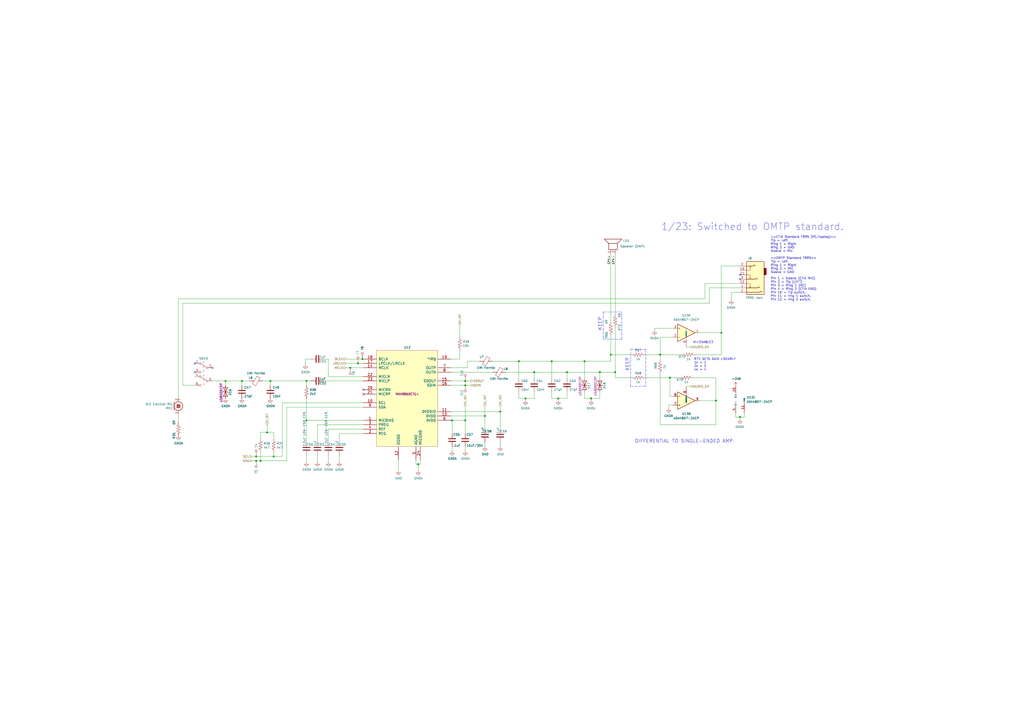
<source format=kicad_sch>
(kicad_sch (version 20211123) (generator eeschema)
  (paper "A2")
  (title_block (title "RCP 4G AUDIO CODEC AND I/O"))
  (lib_symbols
    (symbol "Amplifier_Operational:ADA4807-2ACP" (pin_names (offset 0.127))
      (property "Reference" "U" (at 3.81 5.08 0))
      (property "Value" "ADA4807-2ACP" (at 3.81 -5.08 0))
      (symbol "ADA4807-2ACP_1_1"
        (polyline (pts (xy -5.08 5.08) (xy 5.08 0) (xy -5.08 -5.08) (xy -5.08 5.08)) (stroke (width 0.254)) (fill (type background)))
        (pin output line (at 7.62 0 180) (length 2.54) (name "~") (number "1"))
        (pin input line (at -7.62 -2.54 0) (length 2.54) (name "-") (number "2"))
        (pin input line (at -7.62 2.54 0) (length 2.54) (name "+") (number "3"))
        (pin input line (at 0 -7.62 90) (length 5.08) (name "~{DISABLE1}") (number "5"))
      )
      (symbol "ADA4807-2ACP_2_1"
        (polyline (pts (xy -5.08 5.08) (xy 5.08 0) (xy -5.08 -5.08) (xy -5.08 5.08)) (stroke (width 0.254)) (fill (type background)))
        (pin input line (at 0 -7.62 90) (length 5.08) (name "~{DISABLE2}") (number "6"))
        (pin input line (at -7.62 2.54 0) (length 2.54) (name "+") (number "7"))
        (pin input line (at -7.62 -2.54 0) (length 2.54) (name "-") (number "8"))
        (pin output line (at 7.62 0 180) (length 2.54) (name "~") (number "9"))
      )
      (symbol "ADA4807-2ACP_3_1"
        (pin power_in line (at -2.54 7.62 270) (length 3.81) (name "V+") (number "10"))
        (pin power_in line (at 2.54 -7.62 90) (length 6.35) (name "EPAD") (number "11"))
        (pin power_in line (at -2.54 -7.62 90) (length 3.81) (name "V-") (number "4"))
      )
    )
    (symbol "Connector:TestPoint_Alt" (pin_numbers hide) (pin_names (offset 0.762) hide)
      (property "Reference" "TP" (at 0 6.858 0))
      (property "Value" "TestPoint_Alt" (at 0 5.08 0))
      (symbol "TestPoint_Alt_0_1"
        (polyline (pts (xy 0 2.54) (xy -0.762 3.302) (xy 0 4.064) (xy 0.762 3.302) (xy 0 2.54)))
      )
      (symbol "TestPoint_Alt_1_1"
        (pin passive line (at 0 0 90) (length 2.54) (name "1") (number "1"))
      )
    )
    (symbol "Device:C" (pin_numbers hide) (pin_names (offset 0.254))
      (property "Reference" "C" (at 0.635 2.54 0))
      (property "Value" "C" (at 0.635 -2.54 0))
      (symbol "C_0_1"
        (polyline (pts (xy -2.032 -0.762) (xy 2.032 -0.762)) (stroke (width 0.508)))
        (polyline (pts (xy -2.032 0.762) (xy 2.032 0.762)) (stroke (width 0.508)))
      )
      (symbol "C_1_1"
        (pin passive line (at 0 3.81 270) (length 2.794) (name "~") (number "1"))
        (pin passive line (at 0 -3.81 90) (length 2.794) (name "~") (number "2"))
      )
    )
    (symbol "Device:D_TVS" (pin_numbers hide) (pin_names (offset 1.016) hide)
      (property "Reference" "D" (at 0 2.54 0))
      (property "Value" "D_TVS" (at 0 -2.54 0))
      (symbol "D_TVS_0_1"
        (polyline (pts (xy 1.27 0) (xy -1.27 0)))
        (polyline (pts (xy 0.508 1.27) (xy 0 1.27) (xy 0 -1.27) (xy -0.508 -1.27)) (stroke (width 0.254)))
        (polyline (pts (xy -2.54 1.27) (xy -2.54 -1.27) (xy 2.54 1.27) (xy 2.54 -1.27) (xy -2.54 1.27)) (stroke (width 0.254)))
      )
      (symbol "D_TVS_1_1"
        (pin passive line (at -3.81 0 0) (length 2.54) (name "A1") (number "1"))
        (pin passive line (at 3.81 0 180) (length 2.54) (name "A2") (number "2"))
      )
    )
    (symbol "Device:Ferrite_Bead" (pin_numbers hide) (pin_names (offset 0))
      (property "Reference" "FB" (at -3.81 0.635 90))
      (property "Value" "Device_Ferrite_Bead" (at 3.81 0 90))
      (symbol "Ferrite_Bead_0_1"
        (polyline (pts (xy 0 -1.27) (xy 0 -1.2192)))
        (polyline (pts (xy 0 1.27) (xy 0 1.2954)))
        (polyline (pts (xy -2.7686 0.4064) (xy -1.7018 2.2606) (xy 2.7686 -0.3048) (xy 1.6764 -2.159) (xy -2.7686 0.4064)))
      )
      (symbol "Ferrite_Bead_1_1"
        (pin passive line (at 0 3.81 270) (length 2.54) (name "~") (number "1"))
        (pin passive line (at 0 -3.81 90) (length 2.54) (name "~") (number "2"))
      )
    )
    (symbol "Device:Microphone_Condenser" (pin_names (offset 0.0254) hide)
      (property "Reference" "MK" (at -3.302 1.27 0))
      (property "Value" "Microphone_Condenser" (at -3.302 -0.635 0))
      (symbol "Microphone_Condenser_0_1"
        (polyline (pts (xy -2.54 2.54) (xy -2.54 -2.54)) (stroke (width 0.254)))
        (polyline (pts (xy 0 -0.762) (xy 0 -1.524)))
        (polyline (pts (xy 0 0.762) (xy 0 1.524)))
        (polyline (pts (xy 0.254 3.81) (xy 0.762 3.81)))
        (polyline (pts (xy 0.508 4.064) (xy 0.508 3.556)))
        (circle (center 0 0) (radius 2.54) (stroke (width 0.254)))
        (rectangle (start 1.016 -0.254) (end -1.016 -0.762) (fill (type outline)))
        (rectangle (start 1.016 0.762) (end -1.016 0.254) (fill (type outline)))
      )
      (symbol "Microphone_Condenser_1_1"
        (pin passive line (at 0 -5.08 90) (length 2.54) (name "-") (number "1"))
        (pin passive line (at 0 5.08 270) (length 2.54) (name "+") (number "2"))
      )
    )
    (symbol "Device:R_US" (pin_numbers hide) (pin_names (offset 0))
      (property "Reference" "R" (at 2.54 0 90))
      (property "Value" "R_US" (at -2.54 0 90))
      (symbol "R_US_0_1"
        (polyline (pts (xy 0 -2.286) (xy 0 -2.54)))
        (polyline (pts (xy 0 2.286) (xy 0 2.54)))
        (polyline (pts (xy 0 -0.762) (xy 1.016 -1.143) (xy 0 -1.524) (xy -1.016 -1.905) (xy 0 -2.286)))
        (polyline (pts (xy 0 0.762) (xy 1.016 0.381) (xy 0 0) (xy -1.016 -0.381) (xy 0 -0.762)))
        (polyline (pts (xy 0 2.286) (xy 1.016 1.905) (xy 0 1.524) (xy -1.016 1.143) (xy 0 0.762)))
      )
      (symbol "R_US_1_1"
        (pin passive line (at 0 3.81 270) (length 1.27) (name "~") (number "1"))
        (pin passive line (at 0 -3.81 90) (length 1.27) (name "~") (number "2"))
      )
    )
    (symbol "Device:Speaker" (pin_names (offset 0) hide)
      (property "Reference" "LS" (at 1.27 5.715 0))
      (property "Value" "Speaker" (at 1.27 3.81 0))
      (symbol "Speaker_0_0"
        (rectangle (start -2.54 1.27) (end 1.016 -3.81) (stroke (width 0.254)))
        (polyline (pts (xy 1.016 1.27) (xy 3.556 3.81) (xy 3.556 -6.35) (xy 1.016 -3.81)) (stroke (width 0.254)))
      )
      (symbol "Speaker_1_1"
        (pin input line (at -5.08 0 0) (length 2.54) (name "1") (number "1"))
        (pin input line (at -5.08 -2.54 0) (length 2.54) (name "2") (number "2"))
      )
    )
    (symbol "MyLibrary:AudioJack_TRRS_3Switch" (pin_names (offset 1.016))
      (property "Reference" "J" (at 0 10.16 0))
      (symbol "AudioJack_TRRS_3Switch_0_1"
        (polyline (pts (xy 3.81 0) (xy 0 0)) (stroke (width 0.254)))
        (polyline (pts (xy 3.81 7.62) (xy -2.54 7.62)) (stroke (width 0.254)))
        (rectangle (start 3.81 -7.62) (end 1.27 -7.62) (stroke (width 0.254)))
        (rectangle (start 3.81 5.08) (end -1.27 5.08) (stroke (width 0.254)))
      )
      (symbol "AudioJack_TRRS_3Switch_1_1"
        (rectangle (start -6.35 -2.54) (end -7.62 -6.35) (stroke (width 0.254)) (fill (type outline)))
        (polyline (pts (xy 1.778 -7.366) (xy 2.032 -6.858)))
        (polyline (pts (xy 1.778 -0.254) (xy 2.032 -0.762)))
        (polyline (pts (xy 1.778 4.826) (xy 2.032 4.318)))
        (polyline (pts (xy 3.81 5.08) (xy 5.08 5.08)))
        (polyline (pts (xy 5.08 -7.62) (xy 3.81 -7.62)))
        (polyline (pts (xy 5.08 0) (xy 3.81 0)))
        (polyline (pts (xy 5.08 7.62) (xy 3.81 7.62)))
        (polyline (pts (xy -5.08 7.62) (xy -4.445 6.985) (xy -3.81 7.62) (xy -2.54 7.62)) (stroke (width 0.254)))
        (polyline (pts (xy -3.81 5.08) (xy -3.175 4.445) (xy -2.54 5.08) (xy -1.27 5.08)) (stroke (width 0.254)))
        (polyline (pts (xy -2.54 0) (xy -1.905 -0.635) (xy -1.27 0) (xy 0 0)) (stroke (width 0.254)))
        (polyline (pts (xy -1.27 -7.62) (xy -0.635 -8.255) (xy 0 -7.62) (xy 1.27 -7.62)) (stroke (width 0.254)))
        (polyline (pts (xy 5.08 -5.08) (xy 1.778 -5.08) (xy 1.778 -7.366) (xy 1.524 -6.858)))
        (polyline (pts (xy 5.08 -2.54) (xy 1.778 -2.54) (xy 1.778 -0.254) (xy 1.524 -0.762)))
        (polyline (pts (xy 5.08 2.54) (xy 1.778 2.54) (xy 1.778 4.826) (xy 1.524 4.318)))
        (rectangle (start 3.81 8.89) (end -6.35 -10.16) (stroke (width 0.254)) (fill (type background)))
        (pin passive line (at 7.62 7.62 180) (length 2.54) (name "~") (number "1"))
        (pin passive line (at 7.62 -5.08 180) (length 2.54) (name "~") (number "10"))
        (pin passive line (at 7.62 -2.54 180) (length 2.54) (name "~") (number "11"))
        (pin passive line (at 7.62 2.54 180) (length 2.54) (name "~") (number "12"))
        (pin passive line (at 7.62 -7.62 180) (length 2.54) (name "~") (number "2"))
        (pin passive line (at 7.62 0 180) (length 2.54) (name "~") (number "3"))
        (pin passive line (at 7.62 5.08 180) (length 2.54) (name "~") (number "4"))
      )
    )
    (symbol "MyLibrary:MAX9860" (pin_names (offset 1.016))
      (property "Reference" "U" (at -15.24 26.67 0))
      (property "Value" "MyLibrary_MAX9860" (at 12.7 26.67 0))
      (symbol "MAX9860_1_1"
        (rectangle (start -17.78 25.4) (end 17.78 -30.48) (stroke (width 0.127)) (fill (type background)))
        (pin unspecified line (at -25.4 -15.24 0) (length 7.62) (name "MICBIAS") (number "1"))
        (pin input line (at -25.4 -5.08 0) (length 7.62) (name "SCL") (number "10"))
        (pin power_in line (at 25.4 -10.16 180) (length 7.62) (name "DVDDIO") (number "11"))
        (pin power_in line (at -5.08 -38.1 90) (length 7.62) (name "DGND") (number "12"))
        (pin input line (at 25.4 -12.7 180) (length 7.62) (name "DVDD") (number "13"))
        (pin input line (at -25.4 15.24 0) (length 7.62) (name "MCLK") (number "14"))
        (pin output line (at 25.4 7.62 180) (length 7.62) (name "SDOUT") (number "15"))
        (pin input line (at 25.4 5.08 180) (length 7.62) (name "SDIN") (number "16"))
        (pin input line (at -25.4 17.78 0) (length 7.62) (name "LPCLK/LRCLK") (number "17"))
        (pin input line (at -25.4 20.32 0) (length 7.62) (name "BCLK") (number "18"))
        (pin output line (at 25.4 20.32 180) (length 7.62) (name "*IRQ") (number "19"))
        (pin unspecified line (at -25.4 -22.86 0) (length 7.62) (name "REG") (number "2"))
        (pin input line (at -25.4 2.54 0) (length 7.62) (name "MICRN") (number "20"))
        (pin input line (at -25.4 0 0) (length 7.62) (name "MICRP") (number "21"))
        (pin input line (at -25.4 10.16 0) (length 7.62) (name "MICLN") (number "22"))
        (pin input line (at -25.4 7.62 0) (length 7.62) (name "MICLP") (number "23"))
        (pin power_in line (at 7.62 -38.1 90) (length 7.62) (name "MICGND") (number "24"))
        (pin unspecified line (at -25.4 -17.78 0) (length 7.62) (name "PREG") (number "3"))
        (pin unspecified line (at -25.4 -20.32 0) (length 7.62) (name "REF") (number "4"))
        (pin power_in line (at 5.08 -38.1 90) (length 7.62) (name "AGND") (number "5"))
        (pin power_in line (at 25.4 -15.24 180) (length 7.62) (name "AVDD") (number "6"))
        (pin output line (at 25.4 15.24 180) (length 7.62) (name "OUTP") (number "7"))
        (pin output line (at 25.4 12.7 180) (length 7.62) (name "OUTN") (number "8"))
        (pin bidirectional line (at -25.4 -7.62 0) (length 7.62) (name "SDA") (number "9"))
      )
    )
    (symbol "MyLibrary:SW_DPDT" (pin_names (offset 1.016))
      (property "Reference" "SW" (at -2.54 7.62 0))
      (symbol "SW_DPDT_1_1"
        (circle (center -2.032 -3.81) (radius 0.5334))
        (circle (center -2.032 3.81) (radius 0.508))
        (polyline (pts (xy -1.524 -3.429) (xy 1.524 -1.524)))
        (polyline (pts (xy -1.524 4.191) (xy 1.524 6.096)))
        (polyline (pts (xy 0 -5.08) (xy 0 -6.35)))
        (polyline (pts (xy 0 -2.54) (xy 0 -3.81)))
        (polyline (pts (xy 0 0) (xy 0 -1.27)))
        (polyline (pts (xy 0 2.54) (xy 0 1.27)))
        (polyline (pts (xy 0 5.08) (xy 0 3.81)))
        (polyline (pts (xy 0 7.62) (xy 0 6.35)))
        (circle (center 2.032 -6.35) (radius 0.5334))
        (circle (center 2.032 -1.27) (radius 0.5334))
        (circle (center 2.032 1.27) (radius 0.5334))
        (circle (center 2.032 6.35) (radius 0.5334))
        (pin input line (at 5.08 6.35 180) (length 2.54) (name "~") (number "1"))
        (pin input line (at -5.08 3.81 0) (length 2.54) (name "~") (number "2"))
        (pin input line (at 5.08 1.27 180) (length 2.54) (name "~") (number "3"))
        (pin input line (at 5.08 -1.27 180) (length 2.54) (name "~") (number "4"))
        (pin input line (at -5.08 -3.81 0) (length 2.54) (name "~") (number "5"))
        (pin input line (at 5.08 -6.35 180) (length 2.54) (name "~") (number "6"))
      )
    )
    (symbol "power:+3V8" (power) (pin_names (offset 0))
      (property "Value" "+3V8" (at 0 3.556 0))
      (symbol "+3V8_0_1"
        (polyline (pts (xy -0.762 1.27) (xy 0 2.54)))
        (polyline (pts (xy 0 0) (xy 0 2.54)))
        (polyline (pts (xy 0 2.54) (xy 0.762 1.27)))
      )
      (symbol "+3V8_1_1"
        (pin power_in line (at 0 0 90) (length 0) hide (name "+3V8") (number "1"))
      )
    )
    (symbol "power:GND" (power) (pin_names (offset 0))
      (property "Value" "GND" (at 0 -3.81 0))
      (symbol "GND_0_1"
        (polyline (pts (xy 0 0) (xy 0 -1.27) (xy 1.27 -1.27) (xy 0 -2.54) (xy -1.27 -1.27) (xy 0 -1.27)))
      )
      (symbol "GND_1_1"
        (pin power_in line (at 0 0 270) (length 0) hide (name "GND") (number "1"))
      )
    )
    (symbol "power:GNDA" (power) (pin_names (offset 0))
      (property "Value" "GNDA" (at 0 -3.81 0))
      (symbol "GNDA_0_1"
        (polyline (pts (xy 0 0) (xy 0 -1.27) (xy 1.27 -1.27) (xy 0 -2.54) (xy -1.27 -1.27) (xy 0 -1.27)))
      )
      (symbol "GNDA_1_1"
        (pin power_in line (at 0 0 270) (length 0) hide (name "GNDA") (number "1"))
      )
    )
  )
  (junction (at 356.87 215.9))
  (junction (at 429.26 241.935))
  (junction (at 269.875 243.84))
  (junction (at 309.88 215.9))
  (junction (at 242.57 269.24))
  (junction (at 320.04 209.55))
  (junction (at 418.465 193.04))
  (junction (at 148.59 264.795))
  (junction (at 323.85 231.14))
  (junction (at 304.8 231.14))
  (junction (at 130.81 220.98))
  (junction (at 154.94 250.825))
  (junction (at 415.29 232.41))
  (junction (at 158.75 264.795))
  (junction (at 140.335 220.98))
  (junction (at 388.62 219.075))
  (junction (at 281.305 241.3))
  (junction (at 269.875 223.52))
  (junction (at 151.13 267.335))
  (junction (at 328.93 215.9))
  (junction (at 177.8 220.98))
  (junction (at 339.09 209.55))
  (junction (at 210.185 208.28))
  (junction (at 207.645 210.82))
  (junction (at 262.255 243.84))
  (junction (at 177.8 243.84))
  (junction (at 290.195 238.76))
  (junction (at 148.59 267.335))
  (junction (at 300.99 209.55))
  (junction (at 382.905 205.74))
  (junction (at 269.875 220.98))
  (junction (at 342.9 231.14))
  (junction (at 156.845 220.98))
  (junction (at 203.2 213.36))
  (junction (at 354.33 205.74))
  (junction (at 347.98 215.9))
  (no_connect (at 210.82 228.6))
  (no_connect (at 210.82 226.06))
  (no_connect (at 429.26 159.385))
  (no_connect (at 113.03 210.82))
  (no_connect (at 123.19 213.36))
  (no_connect (at 113.03 215.9))
  (no_connect (at 429.26 161.925))
  (wire (pts (xy 242.57 273.05) (xy 242.57 269.24)))
  (wire (pts (xy 356.87 215.9) (xy 356.87 219.075)))
  (wire (pts (xy 262.255 243.84) (xy 261.62 243.84)))
  (wire (pts (xy 408.94 173.355) (xy 103.505 173.355)))
  (wire (pts (xy 166.37 267.335) (xy 151.13 267.335)))
  (wire (pts (xy 242.57 269.24) (xy 243.84 269.24)))
  (wire (pts (xy 429.26 243.205) (xy 429.26 241.935)))
  (wire (pts (xy 262.255 251.46) (xy 262.255 243.84)))
  (wire (pts (xy 203.2 213.36) (xy 210.82 213.36)))
  (wire (pts (xy 269.875 223.52) (xy 273.05 223.52)))
  (wire (pts (xy 339.09 219.71) (xy 339.09 209.55)))
  (wire (pts (xy 200.66 208.28) (xy 210.185 208.28)))
  (wire (pts (xy 158.75 264.795) (xy 148.59 264.795)))
  (wire (pts (xy 271.145 209.55) (xy 278.13 209.55)))
  (wire (pts (xy 210.82 246.38) (xy 184.15 246.38)))
  (wire (pts (xy 401.955 219.075) (xy 415.29 219.075)))
  (wire (pts (xy 190.5 256.54) (xy 190.5 248.92)))
  (wire (pts (xy 328.93 219.71) (xy 328.93 215.9)))
  (wire (pts (xy 328.93 231.14) (xy 328.93 227.33)))
  (wire (pts (xy 418.465 154.305) (xy 418.465 193.04)))
  (wire (pts (xy 163.83 264.795) (xy 158.75 264.795)))
  (wire (pts (xy 158.75 250.825) (xy 158.75 254.635)))
  (wire (pts (xy 374.015 219.075) (xy 388.62 219.075)))
  (wire (pts (xy 269.875 261.62) (xy 269.875 259.08)))
  (wire (pts (xy 177.8 231.14) (xy 177.8 243.84)))
  (wire (pts (xy 379.73 190.5) (xy 390.525 190.5)))
  (wire (pts (xy 429.26 241.935) (xy 431.8 241.935)))
  (wire (pts (xy 366.395 205.74) (xy 354.33 205.74)))
  (wire (pts (xy 187.96 208.28) (xy 190.5 208.28)))
  (wire (pts (xy 400.685 201.295) (xy 398.145 201.295)))
  (wire (pts (xy 177.165 208.28) (xy 177.165 211.455)))
  (wire (pts (xy 354.33 147.32) (xy 354.33 186.69)))
  (wire (pts (xy 231.14 273.05) (xy 231.14 266.7)))
  (wire (pts (xy 177.8 223.52) (xy 177.8 220.98)))
  (wire (pts (xy 342.9 232.41) (xy 342.9 231.14)))
  (wire (pts (xy 309.88 215.9) (xy 328.93 215.9)))
  (wire (pts (xy 106.045 223.52) (xy 113.03 223.52)))
  (wire (pts (xy 148.59 264.795) (xy 146.05 264.795)))
  (wire (pts (xy 177.8 267.97) (xy 177.8 264.16)))
  (wire (pts (xy 196.85 264.16) (xy 196.85 267.97)))
  (wire (pts (xy 177.8 256.54) (xy 177.8 243.84)))
  (wire (pts (xy 200.66 213.36) (xy 203.2 213.36)))
  (wire (pts (xy 262.255 261.62) (xy 262.255 259.08)))
  (wire (pts (xy 382.905 246.38) (xy 415.29 246.38)))
  (wire (pts (xy 166.37 236.22) (xy 166.37 267.335)))
  (wire (pts (xy 388.62 219.075) (xy 394.335 219.075)))
  (wire (pts (xy 300.99 227.33) (xy 300.99 231.14)))
  (wire (pts (xy 424.18 169.545) (xy 429.26 169.545)))
  (wire (pts (xy 424.18 173.99) (xy 424.18 169.545)))
  (wire (pts (xy 177.8 243.84) (xy 210.82 243.84)))
  (polyline (pts (xy 349.885 196.85) (xy 360.68 196.85)))
  (wire (pts (xy 411.48 167.005) (xy 411.48 175.895)))
  (wire (pts (xy 285.75 215.9) (xy 261.62 215.9)))
  (wire (pts (xy 241.3 269.24) (xy 242.57 269.24)))
  (wire (pts (xy 320.04 227.33) (xy 320.04 231.14)))
  (wire (pts (xy 207.645 210.82) (xy 200.66 210.82)))
  (wire (pts (xy 261.62 223.52) (xy 269.875 223.52)))
  (wire (pts (xy 429.26 167.005) (xy 411.48 167.005)))
  (wire (pts (xy 354.33 194.31) (xy 354.33 205.74)))
  (wire (pts (xy 180.34 220.98) (xy 177.8 220.98)))
  (wire (pts (xy 210.82 251.46) (xy 196.85 251.46)))
  (wire (pts (xy 304.8 231.14) (xy 309.88 231.14)))
  (wire (pts (xy 261.62 213.36) (xy 271.145 213.36)))
  (wire (pts (xy 405.765 232.41) (xy 415.29 232.41)))
  (wire (pts (xy 156.845 220.98) (xy 177.8 220.98)))
  (wire (pts (xy 342.9 231.14) (xy 347.98 231.14)))
  (wire (pts (xy 123.19 220.98) (xy 130.81 220.98)))
  (wire (pts (xy 261.62 241.3) (xy 281.305 241.3)))
  (wire (pts (xy 398.145 201.295) (xy 398.145 200.66)))
  (polyline (pts (xy 360.68 180.975) (xy 349.885 180.975)))
  (wire (pts (xy 148.59 267.335) (xy 146.05 267.335)))
  (wire (pts (xy 339.09 209.55) (xy 354.33 209.55)))
  (wire (pts (xy 387.985 234.95) (xy 390.525 234.95)))
  (wire (pts (xy 151.13 250.825) (xy 154.94 250.825)))
  (wire (pts (xy 269.875 220.98) (xy 261.62 220.98)))
  (wire (pts (xy 190.5 218.44) (xy 210.82 218.44)))
  (wire (pts (xy 323.85 232.41) (xy 323.85 231.14)))
  (wire (pts (xy 261.62 238.76) (xy 290.195 238.76)))
  (wire (pts (xy 398.145 224.155) (xy 398.145 224.79)))
  (wire (pts (xy 379.73 191.77) (xy 379.73 190.5)))
  (polyline (pts (xy 360.68 196.85) (xy 360.68 180.975)))
  (wire (pts (xy 309.88 219.71) (xy 309.88 215.9)))
  (wire (pts (xy 130.81 223.52) (xy 130.81 220.98)))
  (wire (pts (xy 103.505 173.355) (xy 103.505 230.505)))
  (wire (pts (xy 163.83 233.68) (xy 210.82 233.68)))
  (wire (pts (xy 415.29 232.41) (xy 415.29 246.38)))
  (wire (pts (xy 323.85 231.14) (xy 328.93 231.14)))
  (wire (pts (xy 293.37 215.9) (xy 309.88 215.9)))
  (wire (pts (xy 356.87 189.865) (xy 356.87 215.9)))
  (wire (pts (xy 106.045 175.895) (xy 106.045 223.52)))
  (wire (pts (xy 390.525 229.87) (xy 388.62 229.87)))
  (polyline (pts (xy 365.76 224.155) (xy 365.76 202.565)))
  (wire (pts (xy 408.94 164.465) (xy 408.94 173.355)))
  (wire (pts (xy 309.88 231.14) (xy 309.88 227.33)))
  (wire (pts (xy 429.26 164.465) (xy 408.94 164.465)))
  (wire (pts (xy 403.225 205.74) (xy 418.465 205.74)))
  (wire (pts (xy 266.7 203.2) (xy 266.7 208.28)))
  (wire (pts (xy 154.94 246.38) (xy 154.94 250.825)))
  (wire (pts (xy 210.82 210.82) (xy 207.645 210.82)))
  (wire (pts (xy 154.94 250.825) (xy 158.75 250.825)))
  (polyline (pts (xy 365.76 224.155) (xy 374.65 224.155)))
  (wire (pts (xy 426.72 241.935) (xy 426.72 239.395)))
  (wire (pts (xy 382.905 205.74) (xy 382.905 208.915)))
  (wire (pts (xy 387.985 236.855) (xy 387.985 234.95)))
  (wire (pts (xy 281.305 259.08) (xy 281.305 256.54)))
  (wire (pts (xy 320.04 219.71) (xy 320.04 209.55)))
  (wire (pts (xy 328.93 215.9) (xy 347.98 215.9)))
  (polyline (pts (xy 349.885 180.975) (xy 349.885 196.85)))
  (wire (pts (xy 158.75 264.795) (xy 158.75 262.255)))
  (wire (pts (xy 266.7 208.28) (xy 261.62 208.28)))
  (wire (pts (xy 151.13 262.255) (xy 151.13 267.335)))
  (polyline (pts (xy 374.65 202.565) (xy 374.65 224.155)))
  (wire (pts (xy 290.195 248.92) (xy 290.195 238.76)))
  (wire (pts (xy 300.99 219.71) (xy 300.99 209.55)))
  (wire (pts (xy 166.37 236.22) (xy 210.82 236.22)))
  (wire (pts (xy 431.8 241.935) (xy 431.8 239.395)))
  (wire (pts (xy 354.33 205.74) (xy 354.33 209.55)))
  (wire (pts (xy 269.875 251.46) (xy 269.875 243.84)))
  (wire (pts (xy 356.87 219.075) (xy 366.395 219.075)))
  (wire (pts (xy 243.84 269.24) (xy 243.84 266.7)))
  (wire (pts (xy 269.875 235.585) (xy 269.875 243.84)))
  (wire (pts (xy 130.81 220.98) (xy 140.335 220.98)))
  (wire (pts (xy 184.15 246.38) (xy 184.15 256.54)))
  (wire (pts (xy 290.195 259.08) (xy 290.195 256.54)))
  (polyline (pts (xy 365.76 202.565) (xy 374.65 202.565)))
  (wire (pts (xy 177.165 208.28) (xy 180.34 208.28)))
  (wire (pts (xy 382.905 195.58) (xy 390.525 195.58)))
  (wire (pts (xy 210.185 208.28) (xy 210.82 208.28)))
  (wire (pts (xy 281.305 235.585) (xy 281.305 241.3)))
  (wire (pts (xy 300.99 231.14) (xy 304.8 231.14)))
  (wire (pts (xy 151.13 267.335) (xy 148.59 267.335)))
  (wire (pts (xy 320.04 231.14) (xy 323.85 231.14)))
  (wire (pts (xy 281.305 248.92) (xy 281.305 241.3)))
  (wire (pts (xy 156.845 223.52) (xy 156.845 220.98)))
  (wire (pts (xy 273.05 220.98) (xy 269.875 220.98)))
  (wire (pts (xy 339.09 227.33) (xy 339.09 231.14)))
  (wire (pts (xy 196.85 251.46) (xy 196.85 256.54)))
  (wire (pts (xy 388.62 229.87) (xy 388.62 219.075)))
  (wire (pts (xy 140.335 223.52) (xy 140.335 220.98)))
  (wire (pts (xy 190.5 248.92) (xy 210.82 248.92)))
  (wire (pts (xy 347.98 215.9) (xy 356.87 215.9)))
  (wire (pts (xy 382.905 195.58) (xy 382.905 205.74)))
  (wire (pts (xy 347.98 231.14) (xy 347.98 227.33)))
  (wire (pts (xy 356.87 147.32) (xy 356.87 182.245)))
  (wire (pts (xy 210.82 220.98) (xy 187.96 220.98)))
  (wire (pts (xy 151.13 254.635) (xy 151.13 250.825)))
  (wire (pts (xy 374.015 205.74) (xy 382.905 205.74)))
  (wire (pts (xy 405.765 193.04) (xy 418.465 193.04)))
  (wire (pts (xy 300.99 209.55) (xy 320.04 209.55)))
  (wire (pts (xy 429.26 241.935) (xy 426.72 241.935)))
  (wire (pts (xy 190.5 264.16) (xy 190.5 267.97)))
  (wire (pts (xy 347.98 219.71) (xy 347.98 215.9)))
  (wire (pts (xy 418.465 193.04) (xy 418.465 205.74)))
  (wire (pts (xy 290.195 235.585) (xy 290.195 238.76)))
  (wire (pts (xy 271.145 213.36) (xy 271.145 209.55)))
  (wire (pts (xy 241.3 266.7) (xy 241.3 269.24)))
  (wire (pts (xy 418.465 154.305) (xy 429.26 154.305)))
  (wire (pts (xy 190.5 208.28) (xy 190.5 218.44)))
  (wire (pts (xy 163.83 233.68) (xy 163.83 264.795)))
  (wire (pts (xy 184.15 267.97) (xy 184.15 264.16)))
  (wire (pts (xy 304.8 232.41) (xy 304.8 231.14)))
  (wire (pts (xy 285.75 209.55) (xy 300.99 209.55)))
  (wire (pts (xy 382.905 205.74) (xy 395.605 205.74)))
  (wire (pts (xy 152.4 220.98) (xy 156.845 220.98)))
  (wire (pts (xy 266.7 188.595) (xy 266.7 195.58)))
  (wire (pts (xy 415.29 219.075) (xy 415.29 232.41)))
  (wire (pts (xy 103.505 240.665) (xy 103.505 245.11)))
  (wire (pts (xy 144.78 220.98) (xy 140.335 220.98)))
  (wire (pts (xy 339.09 231.14) (xy 342.9 231.14)))
  (wire (pts (xy 400.685 224.155) (xy 398.145 224.155)))
  (wire (pts (xy 320.04 209.55) (xy 339.09 209.55)))
  (wire (pts (xy 411.48 175.895) (xy 106.045 175.895)))
  (wire (pts (xy 262.255 243.84) (xy 269.875 243.84)))
  (wire (pts (xy 382.905 216.535) (xy 382.905 246.38)))
  (text "KEEP" (at 365.125 215.265 90) (effects (font (size 2 2)) (justify left bottom)))
  (text "R71 SETS GAIN LINEARLY\n1k = 1\n2k = 2\n4k = 4" (at 402.59 215.265 0) (effects (font (size 1.27 1.27)) (justify left bottom)))
  (text "DIFFERENTIAL TO SINGLE-ENDED AMP" (at 368.3 257.175 0) (effects (font (size 2 2)) (justify left bottom)))
  (text "KEEP" (at 349.25 191.77 90) (effects (font (size 2 2)) (justify left bottom)))
  (text "Pin 1 = Sleeve (CTIA MIC)\nPin 2 = Tip (LEFT)\nPin 3 = Ring 1 (NC)\nPin 4 = Ring 2 (CTIA GND)\nPin 10 = Tip switch.\nPin 11 = ring 1 switch.\nPin 12 = ring 2 switch.\n" (at 447.04 174.625 0) (effects (font (size 1.27 1.27)) (justify left bottom)))
  (text "HI=ENABLE?" (at 401.955 199.39 0) (effects (font (size 1.27 1.27)) (justify left bottom)))
  (text "==CTIA Standard TRRS (PC/laptop)== \nTip = Left\nRing 1 = Right\nRing 2 = GND\nSleeve = Mic\n\n==OMTP Standard TRRS== \nTip = Left\nRing 1 = Right\nRing 2 = Mic\nSleeve = GND" (at 447.04 158.75 0) (effects (font (size 1.27 1.27)) (justify left bottom)))
  (text "1/23: Switched to OMTP standard." (at 383.54 133.985 0) (effects (font (size 4 4)) (justify left bottom)))
  (label "SPK-" (at 356.87 147.955 270))
  (label "SPK+" (at 354.33 147.955 270))
  (hierarchical_label "AUDIO_EN" (shape input) (at 400.685 224.155 0))
  (hierarchical_label "SDA" (shape bidirectional) (at 146.05 267.335 180))
  (hierarchical_label "V_INT" (shape input) (at 154.94 246.38 90))
  (hierarchical_label "BLCK" (shape input) (at 200.66 208.28 180))
  (hierarchical_label "SDOUT" (shape output) (at 273.05 220.98 0))
  (hierarchical_label "V_INT" (shape input) (at 269.875 235.585 90))
  (hierarchical_label "V_INT" (shape input) (at 266.7 188.595 90))
  (hierarchical_label "SDIN" (shape input) (at 273.05 223.52 0))
  (hierarchical_label "MCLK" (shape input) (at 200.66 213.36 180))
  (hierarchical_label "AUDIO_EN" (shape input) (at 400.685 201.295 0))
  (hierarchical_label "V_INT" (shape input) (at 290.195 235.585 90))
  (hierarchical_label "V_INT" (shape input) (at 281.305 235.585 90))
  (hierarchical_label "SCL" (shape input) (at 146.05 264.795 180))
  (hierarchical_label "LRCLK" (shape input) (at 200.66 210.82 180))
  (symbol (lib_id "MyLibrary:MAX9860") (at 236.22 228.6 0) (unit 1)
    (property "Reference" "U12" (at 236.22 201.549 0))
    (property "Value" "MAX9860 CODEC" (effects hide))
    (property "Footprint" "MyFootprints:WQFN-24-1EP_4x4mm_P0.5mm_EP2.7x2.7mm" (effects hide))
    (property "Mfg. Name" "Maxim" (effects hide))
    (property "Mfg. Part No." "MAX9860ETG+" (at 236.22 228.6 0))
  )
  (symbol (lib_id "Device:C") (at 140.335 227.33 0) (unit 1)
    (property "Reference" "C47" (at 141.605 224.79 0) (effects (justify left)))
    (property "Value" "27pF" (at 141.605 229.87 0) (effects (justify left)))
    (property "Footprint" "Capacitor_SMD:C_0603_1608Metric" (effects hide))
  )
  (symbol (lib_id "Device:C") (at 156.845 227.33 0) (unit 1)
    (property "Reference" "C49" (at 158.115 224.79 0) (effects (justify left)))
    (property "Value" "10nF" (at 158.115 229.87 0) (effects (justify left)))
    (property "Footprint" "Capacitor_SMD:C_0603_1608Metric" (effects hide))
  )
  (symbol (lib_id "Device:C") (at 300.99 223.52 0) (unit 1)
    (property "Reference" "C60" (at 302.26 220.98 0) (effects (justify left)))
    (property "Value" "10nF" (at 302.26 226.06 0) (effects (justify left)))
    (property "Footprint" "Capacitor_SMD:C_0603_1608Metric" (effects hide))
  )
  (symbol (lib_id "Device:C") (at 309.88 223.52 0) (unit 1)
    (property "Reference" "C61" (at 311.15 220.98 0) (effects (justify left)))
    (property "Value" "10nF" (at 311.15 226.06 0) (effects (justify left)))
    (property "Footprint" "Capacitor_SMD:C_0603_1608Metric" (effects hide))
  )
  (symbol (lib_id "Device:C") (at 320.04 223.52 0) (unit 1)
    (property "Reference" "C62" (at 321.31 220.98 0) (effects (justify left)))
    (property "Value" "27pF" (at 321.31 226.06 0) (effects (justify left)))
    (property "Footprint" "Capacitor_SMD:C_0603_1608Metric" (effects hide))
  )
  (symbol (lib_id "Device:C") (at 328.93 223.52 0) (unit 1)
    (property "Reference" "C63" (at 330.2 220.98 0) (effects (justify left)))
    (property "Value" "27pF" (at 330.2 226.06 0) (effects (justify left)))
    (property "Footprint" "Capacitor_SMD:C_0603_1608Metric" (effects hide))
  )
  (symbol (lib_id "Device:Ferrite_Bead") (at 148.59 220.98 270) (unit 1)
    (property "Reference" "L6" (at 145.415 219.075 90))
    (property "Value" "EMI Ferrite" (at 148.59 216.535 90))
    (property "Footprint" "Inductor_SMD:L_0402_1005Metric" (effects hide))
    (property "Mfg. Name" "Murata" (effects hide))
    (property "Mfg. Part No." "BLM15HD182SN1D" (effects hide))
  )
  (symbol (lib_id "Device:Ferrite_Bead") (at 281.94 209.55 270) (unit 1)
    (property "Reference" "L7" (at 279.4 207.01 90))
    (property "Value" "EMI Ferrite" (at 281.94 213.36 90))
    (property "Footprint" "Inductor_SMD:L_0402_1005Metric" (effects hide))
    (property "Mfg. Name" "Murata" (effects hide))
    (property "Mfg. Part No." "BLM15HD182SN1D" (effects hide))
  )
  (symbol (lib_id "Device:Ferrite_Bead") (at 289.56 215.9 270) (unit 1)
    (property "Reference" "L8" (at 293.37 213.995 90))
    (property "Value" "EMI Ferrite" (at 289.56 219.71 90))
    (property "Footprint" "Inductor_SMD:L_0402_1005Metric" (effects hide))
    (property "Mfg. Name" "Murata" (effects hide))
    (property "Mfg. Part No." "BLM15HD182SN1D" (effects hide))
  )
  (symbol (lib_id "Device:C") (at 190.5 260.35 0) (unit 1)
    (property "Reference" "C54" (at 190.5 257.81 0) (effects (justify left)))
    (property "Value" "2.2uF LOW-ESR CER." (at 189.23 259.08 90) (effects (justify left)))
    (property "Footprint" "Capacitor_SMD:C_0603_1608Metric" (effects hide))
    (property "Mfg. Name" "Kemet" (effects hide))
    (property "Mfg. Part No." "C0603C225K9PACTU" (effects hide))
  )
  (symbol (lib_id "Device:C") (at 196.85 260.35 0) (unit 1)
    (property "Reference" "C55" (at 196.85 257.81 0) (effects (justify left)))
    (property "Value" "1uF" (at 195.58 259.08 90) (effects (justify left)))
    (property "Footprint" "Capacitor_SMD:C_0402_1005Metric" (effects hide))
    (property "Mfg. Name" "Kemet" (effects hide))
    (property "Mfg. Part No." "C0402C105K9PACTU" (effects hide))
  )
  (symbol (lib_id "Device:C") (at 184.15 208.28 270) (unit 1)
    (property "Reference" "C51" (at 185.42 209.55 90) (effects (justify left)))
    (property "Value" "1uF" (at 185.42 207.01 90) (effects (justify left)))
    (property "Footprint" "Capacitor_SMD:C_0402_1005Metric" (effects hide))
    (property "Mfg. Name" "Kemet" (effects hide))
    (property "Mfg. Part No." "C0402C105K9PACTU" (effects hide))
  )
  (symbol (lib_id "Device:C") (at 184.15 220.98 270) (unit 1)
    (property "Reference" "C52" (at 185.42 222.25 90) (effects (justify left)))
    (property "Value" "1uF" (at 185.42 219.71 90) (effects (justify left)))
    (property "Footprint" "Capacitor_SMD:C_0402_1005Metric" (effects hide))
    (property "Mfg. Name" "Kemet" (effects hide))
    (property "Mfg. Part No." "C0402C105K9PACTU" (effects hide))
  )
  (symbol (lib_id "Device:C") (at 290.195 252.73 0) (unit 1)
    (property "Reference" "C59" (at 290.195 250.19 0) (effects (justify left)))
    (property "Value" "1uF" (at 288.925 251.46 90) (effects (justify left)))
    (property "Footprint" "Capacitor_SMD:C_0402_1005Metric" (effects hide))
    (property "Mfg. Name" "Kemet" (effects hide))
    (property "Mfg. Part No." "C0402C105K9PACTU" (effects hide))
  )
  (symbol (lib_id "Device:C") (at 281.305 252.73 0) (unit 1)
    (property "Reference" "C58" (at 281.305 250.19 0) (effects (justify left)))
    (property "Value" "1uF" (at 280.035 251.46 90) (effects (justify left)))
    (property "Footprint" "Capacitor_SMD:C_0402_1005Metric" (effects hide))
    (property "Mfg. Name" "Kemet" (effects hide))
    (property "Mfg. Part No." "C0402C105K9PACTU" (effects hide))
  )
  (symbol (lib_id "Device:R_US") (at 266.7 199.39 0) (unit 1)
    (property "Reference" "R39" (at 268.4272 198.2216 0) (effects (justify left)))
    (property "Value" "10k" (at 268.4272 200.533 0) (effects (justify left)))
    (property "Footprint" "Resistor_SMD:R_0603_1608Metric" (effects hide))
  )
  (symbol (lib_id "Device:R_US") (at 158.75 258.445 0) (unit 1)
    (property "Reference" "R37" (at 160.4772 257.2766 0) (effects (justify left)))
    (property "Value" "4k7" (at 160.4772 259.588 0) (effects (justify left)))
    (property "Footprint" "Resistor_SMD:R_0603_1608Metric" (effects hide))
  )
  (symbol (lib_id "Device:R_US") (at 151.13 258.445 0) (unit 1)
    (property "Reference" "R36" (at 152.8572 257.2766 0) (effects (justify left)))
    (property "Value" "4k7" (at 152.8572 259.588 0) (effects (justify left)))
    (property "Footprint" "Resistor_SMD:R_0603_1608Metric" (effects hide))
  )
  (symbol (lib_id "power:GNDA") (at 242.57 273.05 0) (unit 1)
    (property "Reference" "#PWR0196" (effects hide))
    (property "Value" "GNDA" (at 242.697 277.4442 0))
  )
  (symbol (lib_id "power:GND") (at 231.14 273.05 0) (unit 1)
    (property "Reference" "#PWR0197" (effects hide))
    (property "Value" "GND" (at 231.267 277.4442 0))
  )
  (symbol (lib_id "power:GND") (at 290.195 259.08 0) (unit 1)
    (property "Reference" "#PWR0198" (effects hide))
    (property "Value" "GND" (at 290.322 263.4742 0))
  )
  (symbol (lib_id "power:GND") (at 281.305 259.08 0) (unit 1)
    (property "Reference" "#PWR0199" (effects hide))
    (property "Value" "GND" (at 281.432 263.4742 0))
  )
  (symbol (lib_id "Device:C") (at 269.875 255.27 0) (unit 1)
    (property "Reference" "C57" (at 270.51 252.095 0) (effects (justify left)))
    (property "Value" "10uF/35V" (at 270.51 258.445 0) (effects (justify left)))
    (property "Footprint" "Resistor_SMD:R_1206_3216Metric" (effects hide))
    (property "Mfg. Name" "TDK" (effects hide))
    (property "Mfg. Part No." "CGA5L1X7R1V106K160AC" (effects hide))
  )
  (symbol (lib_id "Device:C") (at 262.255 255.27 0) (unit 1)
    (property "Reference" "C56" (at 262.89 252.095 0) (effects (justify left)))
    (property "Value" ".1uF" (at 262.89 258.445 0) (effects (justify left)))
    (property "Footprint" "Capacitor_SMD:C_0603_1608Metric" (effects hide))
  )
  (symbol (lib_id "Device:C") (at 184.15 260.35 0) (unit 1)
    (property "Reference" "C53" (at 184.15 257.81 0) (effects (justify left)))
    (property "Value" "1uF" (at 182.88 259.08 90) (effects (justify left)))
    (property "Footprint" "Capacitor_SMD:C_0402_1005Metric" (effects hide))
    (property "Mfg. Name" "Kemet" (effects hide))
    (property "Mfg. Part No." "C0402C105K9PACTU" (effects hide))
  )
  (symbol (lib_id "power:GNDA") (at 196.85 267.97 0) (unit 1)
    (property "Reference" "#PWR0202" (effects hide))
    (property "Value" "GNDA" (at 196.977 272.3642 0))
  )
  (symbol (lib_id "power:GNDA") (at 190.5 267.97 0) (unit 1)
    (property "Reference" "#PWR0203" (effects hide))
    (property "Value" "GNDA" (at 190.627 272.3642 0))
  )
  (symbol (lib_id "power:GNDA") (at 184.15 267.97 0) (unit 1)
    (property "Reference" "#PWR0204" (effects hide))
    (property "Value" "GNDA" (at 184.277 272.3642 0))
  )
  (symbol (lib_id "Device:C") (at 177.8 260.35 0) (unit 1)
    (property "Reference" "C50" (at 177.8 257.81 0) (effects (justify left)))
    (property "Value" "2.2uF LOW-ESR CER." (at 176.53 259.08 90) (effects (justify left)))
    (property "Footprint" "Capacitor_SMD:C_0603_1608Metric" (effects hide))
    (property "Mfg. Name" "Kemet" (effects hide))
    (property "Mfg. Part No." "C0603C225K9PACTU" (effects hide))
  )
  (symbol (lib_id "power:GNDA") (at 177.8 267.97 0) (unit 1)
    (property "Reference" "#PWR0205" (effects hide))
    (property "Value" "GNDA" (at 177.927 272.3642 0))
  )
  (symbol (lib_id "Device:R_US") (at 177.8 227.33 0) (unit 1)
    (property "Reference" "R38" (at 179.5272 226.1616 0) (effects (justify left)))
    (property "Value" "2k2" (at 179.5272 228.473 0) (effects (justify left)))
    (property "Footprint" "Resistor_SMD:R_0402_1005Metric" (effects hide))
    (property "Mfg. Name" "Panasonic" (effects hide))
    (property "Mfg. Part No." "ERJ-2GEJ222X" (effects hide))
  )
  (symbol (lib_id "Device:Microphone_Condenser") (at 103.505 235.585 0) (unit 1)
    (property "Reference" "MK1" (at 100.203 236.7534 0) (effects (justify right)))
    (property "Value" "2k2 Electret Mic" (at 100.203 234.442 0) (effects (justify right)))
    (property "Footprint" "MyFootprints:Microphone_PUI_POM-2738P-R" (effects hide))
    (property "Datasheet" "http://www.puiaudio.com/pdf/POM-2738P-R.pdf" (effects hide))
    (property "Mfg. Name" "PUI Audio" (effects hide))
    (property "Mfg. Part No." "POM-2738P-R" (effects hide))
  )
  (symbol (lib_id "power:GNDA") (at 156.845 231.14 0) (unit 1)
    (property "Reference" "#PWR0208" (effects hide))
    (property "Value" "GNDA" (at 156.972 235.5342 0))
  )
  (symbol (lib_id "power:GNDA") (at 140.335 231.14 0) (unit 1)
    (property "Reference" "#PWR0209" (effects hide))
    (property "Value" "GNDA" (at 140.462 235.5342 0))
  )
  (symbol (lib_id "power:GNDA") (at 130.81 231.14 0) (unit 1)
    (property "Reference" "#PWR0210" (effects hide))
    (property "Value" "GNDA" (at 130.937 235.5342 0))
  )
  (symbol (lib_id "Device:Speaker") (at 354.33 142.24 90) (unit 1) (in_bom no)
    (property "Reference" "LS1" (at 365.125 139.7 90) (effects (justify left)))
    (property "Value" "Speaker (DNP)" (at 374.015 142.875 90) (effects (justify left)))
    (property "Footprint" "MyFootprints:Speaker_PUI_AR01232MS-SC12-WP-R" (effects hide))
    (property "Datasheet" "http://www.puiaudio.com/pdf/AR01232MS-SC12-WP-R.pdf" (effects hide))
    (property "Mfg. Name" "PUI Audio" (effects hide))
    (property "Mfg. Part No." "AR01232MS-SC12-WP-R" (effects hide))
  )
  (symbol (lib_id "power:GNDA") (at 304.8 232.41 0) (mirror y) (unit 1)
    (property "Reference" "#PWR0211" (effects hide))
    (property "Value" "GNDA" (at 304.673 236.8042 0))
  )
  (symbol (lib_id "power:GNDA") (at 323.85 232.41 0) (mirror y) (unit 1)
    (property "Reference" "#PWR0212" (effects hide))
    (property "Value" "GNDA" (at 323.723 236.8042 0))
  )
  (symbol (lib_id "power:GNDA") (at 342.9 232.41 0) (mirror y) (unit 1)
    (property "Reference" "#PWR0213" (effects hide))
    (property "Value" "GNDA" (at 342.773 236.8042 0))
  )
  (symbol (lib_id "MyLibrary:SW_DPDT") (at 118.11 217.17 0) (mirror y) (unit 1)
    (property "Reference" "SW10" (at 118.11 207.9244 0))
    (property "Value" "Mic Switch DPDT" (effects hide))
    (property "Footprint" "MyFootprints:Switch_DPDT_Nidec_CL-SB-22C-XX" (effects hide))
    (property "Mfg. Name" "Nidec Copal" (effects hide))
    (property "Mfg. Part No." "CL-SB-22C-11" (effects hide))
  )
  (symbol (lib_id "MyLibrary:AudioJack_TRRS_3Switch") (at 436.88 161.925 180) (unit 1)
    (property "Reference" "J8" (at 433.705 149.86 0) (effects (justify right)))
    (property "Value" "TRRS Jack" (at 437.515 172.72 0))
    (property "Footprint" "MyFootprints:AudioJack_TRRS_CUI_SJ-43617-SMT-TR" (effects hide))
    (property "Label" "TRRS JACK" (effects hide))
    (property "Mfg. Name" "CUI" (effects hide))
    (property "Mfg. Part No." "SJ-43617-SMT-TR" (effects hide))
  )
  (symbol (lib_id "Device:D_TVS") (at 347.98 223.52 270) (unit 1)
    (property "Reference" "D18" (at 350.6216 221.7166 0) (effects (justify left)))
    (property "Value" "TVS/Varistor for Audio Filtering" (effects hide))
    (property "Footprint" "Resistor_SMD:R_0603_1608Metric" (effects hide))
    (property "Mfg. Name" "AVX" (effects hide))
    (property "Mfg. Part No." "USB0001DP " (at 345.44 223.52 0))
  )
  (symbol (lib_id "Amplifier_Operational:ADA4807-2ACP") (at 429.26 231.775 0) (unit 3)
    (property "Reference" "U13" (at 433.07 230.5049 0) (effects (justify left)))
    (property "Value" "ADA4807-2ACP" (at 433.07 233.0449 0) (effects (justify left)))
    (property "Footprint" "MyFootprints:DFN-10-1EP_3x3mm_P0.5mm_EP1.55x2.48mm" (effects hide))
    (property "Datasheet" "https://www.analog.com/media/en/technical-documentation/data-sheets/ADA4807-1_4807-2_4807-4.pdf" (effects hide))
  )
  (symbol (lib_id "power:GNDA") (at 103.505 252.73 0) (unit 1)
    (property "Reference" "#PWR0233" (effects hide))
    (property "Value" "GNDA" (at 103.632 257.1242 0))
  )
  (symbol (lib_id "power:GNDA") (at 269.875 261.62 0) (unit 1)
    (property "Reference" "#PWR0200" (effects hide))
    (property "Value" "GNDA" (at 270.002 266.0142 0))
  )
  (symbol (lib_id "Connector:TestPoint_Alt") (at 148.59 267.335 180) (unit 1) (in_bom no)
    (property "Reference" "T5" (at 148.59 272.415 90) (effects (justify left)))
    (property "Value" "TestPoint_Alt" (effects hide))
    (property "Footprint" "TestPoint:TestPoint_Pad_1.0x1.0mm" (effects hide))
  )
  (symbol (lib_id "power:GNDA") (at 262.255 261.62 0) (unit 1)
    (property "Reference" "#PWR0201" (effects hide))
    (property "Value" "GNDA" (at 262.382 266.0142 0))
  )
  (symbol (lib_id "Device:D_TVS") (at 339.09 223.52 270) (unit 1)
    (property "Reference" "D17" (at 341.7316 221.7166 0) (effects (justify left)))
    (property "Value" "TVS/Varistor for Audio Filtering" (effects hide))
    (property "Footprint" "Resistor_SMD:R_0603_1608Metric" (effects hide))
    (property "Mfg. Name" "AVX" (effects hide))
    (property "Mfg. Part No." "USB0001DP " (at 336.55 223.52 0))
  )
  (symbol (lib_id "power:GNDA") (at 424.18 173.99 0) (mirror y) (unit 1)
    (property "Reference" "#PWR0195" (effects hide))
    (property "Value" "GNDA" (at 424.053 178.3842 0))
  )
  (symbol (lib_id "Connector:TestPoint_Alt") (at 203.2 213.36 180) (unit 1) (in_bom no)
    (property "Reference" "T6" (at 205.105 215.265 90) (effects (justify left)))
    (property "Value" "TestPoint_Alt" (effects hide))
    (property "Footprint" "TestPoint:TestPoint_Pad_1.0x1.0mm" (effects hide))
  )
  (symbol (lib_id "power:GNDA") (at 379.73 191.77 0) (mirror y) (unit 1)
    (property "Reference" "#PWR09" (effects hide))
    (property "Value" "GNDA" (at 379.603 196.1642 0))
  )
  (symbol (lib_id "Connector:TestPoint_Alt") (at 210.185 208.28 0) (unit 1) (in_bom no)
    (property "Reference" "T8" (at 210.185 203.2 90) (effects (justify left)))
    (property "Value" "TestPoint_Alt" (effects hide))
    (property "Footprint" "TestPoint:TestPoint_Pad_1.0x1.0mm" (effects hide))
  )
  (symbol (lib_id "Device:R_US") (at 356.87 186.055 0) (mirror y) (unit 1)
    (property "Reference" "R72" (at 359.41 189.865 90))
    (property "Value" "0R" (at 359.41 182.88 90))
    (property "Footprint" "Resistor_SMD:R_0603_1608Metric" (effects hide))
  )
  (symbol (lib_id "Device:R_US") (at 370.205 205.74 270) (mirror x) (unit 1)
    (property "Reference" "R67" (at 370.205 203.2 90))
    (property "Value" "1k" (at 370.205 208.28 90))
    (property "Footprint" "Resistor_SMD:R_0603_1608Metric" (effects hide))
  )
  (symbol (lib_id "power:+3V8") (at 426.72 224.155 0) (unit 1)
    (property "Reference" "#PWR011" (effects hide))
    (property "Value" "+3V8" (at 427.101 219.7608 0))
  )
  (symbol (lib_id "Connector:TestPoint_Alt") (at 148.59 264.795 0) (unit 1) (in_bom no)
    (property "Reference" "T4" (at 148.59 259.715 90) (effects (justify left)))
    (property "Value" "TestPoint_Alt" (effects hide))
    (property "Footprint" "TestPoint:TestPoint_Pad_1.0x1.0mm" (effects hide))
  )
  (symbol (lib_id "Device:R_US") (at 382.905 212.725 0) (mirror y) (unit 1)
    (property "Reference" "R69" (at 380.365 212.09 90))
    (property "Value" "1k" (at 385.445 212.725 90))
    (property "Footprint" "Resistor_SMD:R_0603_1608Metric" (effects hide))
  )
  (symbol (lib_id "Amplifier_Operational:ADA4807-2ACP") (at 398.145 193.04 0) (unit 1)
    (property "Reference" "U13" (at 398.145 182.88 0))
    (property "Value" "ADA4807-2ACP" (at 398.145 185.42 0))
    (property "Footprint" "MyFootprints:DFN-10-1EP_3x3mm_P0.5mm_EP1.55x2.48mm" (effects hide))
    (property "Datasheet" "https://www.analog.com/media/en/technical-documentation/data-sheets/ADA4807-1_4807-2_4807-4.pdf" (effects hide))
  )
  (symbol (lib_id "power:GNDA") (at 177.165 211.455 0) (unit 1)
    (property "Reference" "#PWR0217" (effects hide))
    (property "Value" "GNDA" (at 177.292 215.8492 0))
  )
  (symbol (lib_id "Amplifier_Operational:ADA4807-2ACP") (at 398.145 232.41 0) (mirror x) (unit 2)
    (property "Reference" "U13" (at 398.145 240.03 0))
    (property "Value" "ADA4807-2ACP" (at 398.145 242.57 0))
    (property "Footprint" "MyFootprints:DFN-10-1EP_3x3mm_P0.5mm_EP1.55x2.48mm" (effects hide))
    (property "Datasheet" "https://www.analog.com/media/en/technical-documentation/data-sheets/ADA4807-1_4807-2_4807-4.pdf" (effects hide))
  )
  (symbol (lib_id "Connector:TestPoint_Alt") (at 207.645 210.82 0) (unit 1) (in_bom no)
    (property "Reference" "T7" (at 207.645 205.74 90) (effects (justify left)))
    (property "Value" "TestPoint_Alt" (effects hide))
    (property "Footprint" "TestPoint:TestPoint_Pad_1.0x1.0mm" (effects hide))
  )
  (symbol (lib_id "power:GNDA") (at 429.26 243.205 0) (mirror y) (unit 1)
    (property "Reference" "#PWR012" (effects hide))
    (property "Value" "GNDA" (at 429.133 247.5992 0))
  )
  (symbol (lib_id "Connector:TestPoint_Alt") (at 269.875 223.52 180) (unit 1) (in_bom no)
    (property "Reference" "T11" (at 267.97 226.06 90) (effects (justify left)))
    (property "Value" "TestPoint_Alt" (effects hide))
    (property "Footprint" "TestPoint:TestPoint_Pad_1.0x1.0mm" (effects hide))
  )
  (symbol (lib_id "power:GNDA") (at 387.985 236.855 0) (mirror y) (unit 1)
    (property "Reference" "#PWR010" (effects hide))
    (property "Value" "GNDA" (at 387.858 241.2492 0))
  )
  (symbol (lib_id "Device:R_US") (at 370.205 219.075 270) (mirror x) (unit 1)
    (property "Reference" "R68" (at 370.205 216.535 90))
    (property "Value" "1k" (at 370.205 221.615 90))
    (property "Footprint" "Resistor_SMD:R_0603_1608Metric" (effects hide))
  )
  (symbol (lib_id "Device:R_US") (at 354.33 190.5 0) (mirror y) (unit 1)
    (property "Reference" "R66" (at 351.79 194.31 90))
    (property "Value" "0R" (at 351.79 186.69 90))
    (property "Footprint" "Resistor_SMD:R_0603_1608Metric" (effects hide))
  )
  (symbol (lib_id "Device:R_US") (at 103.505 248.92 0) (mirror y) (unit 1)
    (property "Reference" "R35" (at 100.965 252.73 90))
    (property "Value" "0R" (at 100.965 245.11 90))
    (property "Footprint" "Resistor_SMD:R_0603_1608Metric" (effects hide))
  )
  (symbol (lib_id "Device:R_US") (at 399.415 205.74 270) (mirror x) (unit 1)
    (property "Reference" "R71" (at 395.605 207.01 90))
    (property "Value" "1k" (at 399.415 208.28 90))
    (property "Footprint" "Resistor_SMD:R_0603_1608Metric" (effects hide))
  )
  (symbol (lib_id "Device:R_US") (at 398.145 219.075 270) (mirror x) (unit 1)
    (property "Reference" "R70" (at 394.335 220.345 90))
    (property "Value" "1k" (at 398.145 221.615 90))
    (property "Footprint" "Resistor_SMD:R_0603_1608Metric" (effects hide))
  )
  (symbol (lib_id "Connector:TestPoint_Alt") (at 269.875 220.98 0) (unit 1) (in_bom no)
    (property "Reference" "T10" (at 267.97 218.44 90) (effects (justify left)))
    (property "Value" "TestPoint_Alt" (effects hide))
    (property "Footprint" "TestPoint:TestPoint_Pad_1.0x1.0mm" (effects hide))
  )
  (symbol (lib_id "Device:D_TVS") (at 130.81 227.33 270) (unit 1)
    (property "Reference" "D16" (at 133.4516 225.5266 0) (effects (justify left)))
    (property "Value" "TVS/Varistor for Audio Filtering" (effects hide))
    (property "Footprint" "Resistor_SMD:R_0603_1608Metric" (effects hide))
    (property "Mfg. Name" "AVX" (effects hide))
    (property "Mfg. Part No." "USB0001DP " (at 128.27 227.33 0))
  )
)
</source>
